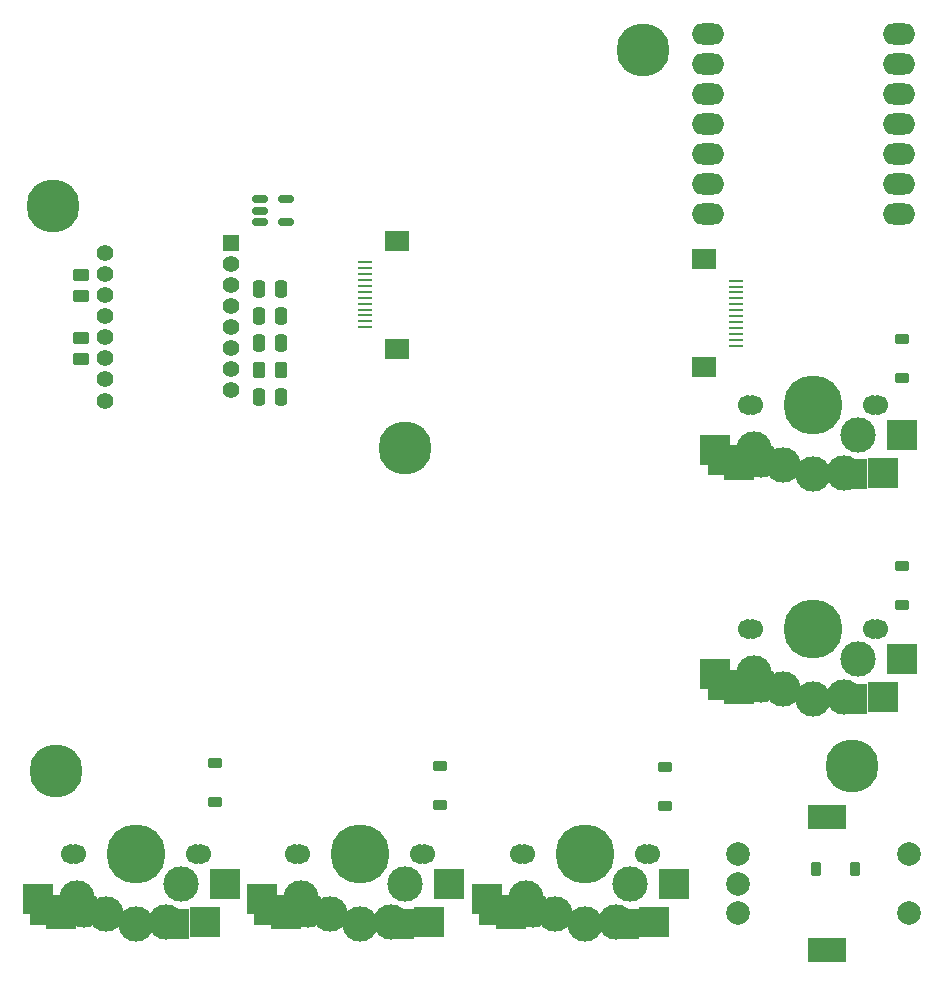
<source format=gbr>
%TF.GenerationSoftware,KiCad,Pcbnew,7.0.2*%
%TF.CreationDate,2024-03-23T03:03:49+01:00*%
%TF.ProjectId,Katkoot,4b61746b-6f6f-4742-9e6b-696361645f70,rev?*%
%TF.SameCoordinates,Original*%
%TF.FileFunction,Soldermask,Bot*%
%TF.FilePolarity,Negative*%
%FSLAX46Y46*%
G04 Gerber Fmt 4.6, Leading zero omitted, Abs format (unit mm)*
G04 Created by KiCad (PCBNEW 7.0.2) date 2024-03-23 03:03:49*
%MOMM*%
%LPD*%
G01*
G04 APERTURE LIST*
G04 Aperture macros list*
%AMRoundRect*
0 Rectangle with rounded corners*
0 $1 Rounding radius*
0 $2 $3 $4 $5 $6 $7 $8 $9 X,Y pos of 4 corners*
0 Add a 4 corners polygon primitive as box body*
4,1,4,$2,$3,$4,$5,$6,$7,$8,$9,$2,$3,0*
0 Add four circle primitives for the rounded corners*
1,1,$1+$1,$2,$3*
1,1,$1+$1,$4,$5*
1,1,$1+$1,$6,$7*
1,1,$1+$1,$8,$9*
0 Add four rect primitives between the rounded corners*
20,1,$1+$1,$2,$3,$4,$5,0*
20,1,$1+$1,$4,$5,$6,$7,0*
20,1,$1+$1,$6,$7,$8,$9,0*
20,1,$1+$1,$8,$9,$2,$3,0*%
G04 Aperture macros list end*
%ADD10C,4.500000*%
%ADD11C,1.701800*%
%ADD12C,3.000000*%
%ADD13C,3.987800*%
%ADD14C,5.000000*%
%ADD15R,2.600000X2.600000*%
%ADD16R,2.550000X2.500000*%
%ADD17C,2.000000*%
%ADD18R,3.200000X2.000000*%
%ADD19O,2.750000X1.800000*%
%ADD20RoundRect,0.250000X0.450000X-0.262500X0.450000X0.262500X-0.450000X0.262500X-0.450000X-0.262500X0*%
%ADD21R,1.250000X0.280000*%
%ADD22R,2.000000X1.800000*%
%ADD23RoundRect,0.225000X0.375000X-0.225000X0.375000X0.225000X-0.375000X0.225000X-0.375000X-0.225000X0*%
%ADD24R,1.400000X1.400000*%
%ADD25C,1.400000*%
%ADD26RoundRect,0.250000X0.250000X0.475000X-0.250000X0.475000X-0.250000X-0.475000X0.250000X-0.475000X0*%
%ADD27RoundRect,0.250000X-0.250000X-0.475000X0.250000X-0.475000X0.250000X0.475000X-0.250000X0.475000X0*%
%ADD28RoundRect,0.250000X-0.262500X-0.450000X0.262500X-0.450000X0.262500X0.450000X-0.262500X0.450000X0*%
%ADD29RoundRect,0.225000X0.225000X0.375000X-0.225000X0.375000X-0.225000X-0.375000X0.225000X-0.375000X0*%
%ADD30RoundRect,0.250000X-0.450000X0.262500X-0.450000X-0.262500X0.450000X-0.262500X0.450000X0.262500X0*%
%ADD31RoundRect,0.150000X-0.512500X-0.150000X0.512500X-0.150000X0.512500X0.150000X-0.512500X0.150000X0*%
G04 APERTURE END LIST*
D10*
%TO.C,*%
X129300000Y-52300000D03*
%TD*%
D11*
%TO.C,SW2*%
X188170000Y-69150000D03*
X188590000Y-69150000D03*
D12*
X188670000Y-72900000D03*
X188670000Y-72950000D03*
X189270000Y-73850000D03*
X191130000Y-74230000D03*
D13*
X193670000Y-69150000D03*
D14*
X193670000Y-69150000D03*
D12*
X193670000Y-75050000D03*
X196270000Y-74900000D03*
X197480000Y-71690000D03*
D11*
X198750000Y-69150000D03*
X199170000Y-69150000D03*
D15*
X185395000Y-72950000D03*
X185995000Y-73850000D03*
D16*
X187380000Y-74230000D03*
D15*
X196945000Y-75050000D03*
X199545000Y-74900000D03*
D16*
X201230000Y-71690000D03*
%TD*%
D17*
%TO.C,SW1*%
X187300000Y-107200000D03*
X187300000Y-112200000D03*
X187300000Y-109700000D03*
D18*
X194800000Y-104100000D03*
X194800000Y-115300000D03*
D17*
X201800000Y-112200000D03*
X201800000Y-107200000D03*
%TD*%
D11*
%TO.C,SW6*%
X149800000Y-107200000D03*
X150220000Y-107200000D03*
D12*
X150300000Y-110950000D03*
X150300000Y-111000000D03*
X150900000Y-111900000D03*
X152760000Y-112280000D03*
D13*
X155300000Y-107200000D03*
D14*
X155300000Y-107200000D03*
D12*
X155300000Y-113100000D03*
X157900000Y-112950000D03*
X159110000Y-109740000D03*
D11*
X160380000Y-107200000D03*
X160800000Y-107200000D03*
D15*
X147025000Y-111000000D03*
X147625000Y-111900000D03*
D16*
X149010000Y-112280000D03*
D15*
X158575000Y-113100000D03*
X161175000Y-112950000D03*
D16*
X162860000Y-109740000D03*
%TD*%
D11*
%TO.C,SW8*%
X168845000Y-107200000D03*
X169265000Y-107200000D03*
D12*
X169345000Y-110950000D03*
X169345000Y-111000000D03*
X169945000Y-111900000D03*
X171805000Y-112280000D03*
D13*
X174345000Y-107200000D03*
D14*
X174345000Y-107200000D03*
D12*
X174345000Y-113100000D03*
X176945000Y-112950000D03*
X178155000Y-109740000D03*
D11*
X179425000Y-107200000D03*
X179845000Y-107200000D03*
D15*
X166070000Y-111000000D03*
X166670000Y-111900000D03*
D16*
X168055000Y-112280000D03*
D15*
X177620000Y-113100000D03*
X180220000Y-112950000D03*
D16*
X181905000Y-109740000D03*
%TD*%
D11*
%TO.C,SW5*%
X130800000Y-107200000D03*
X131220000Y-107200000D03*
D12*
X131300000Y-110950000D03*
X131300000Y-111000000D03*
X131900000Y-111900000D03*
X133760000Y-112280000D03*
D13*
X136300000Y-107200000D03*
D14*
X136300000Y-107200000D03*
D12*
X136300000Y-113100000D03*
X138900000Y-112950000D03*
X140110000Y-109740000D03*
D11*
X141380000Y-107200000D03*
X141800000Y-107200000D03*
D15*
X128025000Y-111000000D03*
X128625000Y-111900000D03*
D16*
X130010000Y-112280000D03*
D15*
X139575000Y-113100000D03*
X142175000Y-112950000D03*
D16*
X143860000Y-109740000D03*
%TD*%
D10*
%TO.C,*%
X159150000Y-72850000D03*
%TD*%
%TO.C,*%
X129550000Y-100150000D03*
%TD*%
%TO.C,*%
X179250000Y-39150000D03*
%TD*%
D11*
%TO.C,SW3*%
X188170000Y-88150000D03*
X188590000Y-88150000D03*
D12*
X188670000Y-91900000D03*
X188670000Y-91950000D03*
X189270000Y-92850000D03*
X191130000Y-93230000D03*
D13*
X193670000Y-88150000D03*
D14*
X193670000Y-88150000D03*
D12*
X193670000Y-94050000D03*
X196270000Y-93900000D03*
X197480000Y-90690000D03*
D11*
X198750000Y-88150000D03*
X199170000Y-88150000D03*
D15*
X185395000Y-91950000D03*
X185995000Y-92850000D03*
D16*
X187380000Y-93230000D03*
D15*
X196945000Y-94050000D03*
X199545000Y-93900000D03*
D16*
X201230000Y-90690000D03*
%TD*%
D19*
%TO.C,U3*%
X184755000Y-37780000D03*
X184755000Y-40320000D03*
X184755000Y-42860000D03*
X184755000Y-45400000D03*
X184755000Y-47940000D03*
X184755000Y-50480000D03*
X184755000Y-53020000D03*
X200945000Y-53020000D03*
X200945000Y-50480000D03*
X200945000Y-47940000D03*
X200945000Y-45400000D03*
X200945000Y-42860000D03*
X200945000Y-40320000D03*
X200945000Y-37780000D03*
%TD*%
D10*
%TO.C,*%
X197000000Y-99750000D03*
%TD*%
D20*
%TO.C,R1*%
X131684000Y-59990500D03*
X131684000Y-58165500D03*
%TD*%
D21*
%TO.C,J2*%
X155732000Y-57100000D03*
X155732000Y-57600000D03*
X155732000Y-58100000D03*
X155732000Y-58600000D03*
X155732000Y-59100000D03*
X155732000Y-59600000D03*
X155732000Y-60100000D03*
X155732000Y-60600000D03*
X155732000Y-61100000D03*
X155732000Y-61600000D03*
X155732000Y-62100000D03*
X155732000Y-62600000D03*
D22*
X158456000Y-64400000D03*
X158456000Y-55300000D03*
%TD*%
D23*
%TO.C,D5*%
X162052000Y-103046800D03*
X162052000Y-99746800D03*
%TD*%
D24*
%TO.C,U2*%
X144400000Y-55450000D03*
D25*
X144400000Y-57230000D03*
X144400000Y-59010000D03*
X144400000Y-60790000D03*
X144400000Y-62570000D03*
X144400000Y-64350000D03*
X144400000Y-66130000D03*
X144400000Y-67910000D03*
X133700000Y-68800000D03*
X133700000Y-67020000D03*
X133700000Y-65240000D03*
X133700000Y-63460000D03*
X133700000Y-61680000D03*
X133700000Y-59900000D03*
X133700000Y-58120000D03*
X133700000Y-56340000D03*
%TD*%
D26*
%TO.C,C1*%
X148636000Y-63904000D03*
X146736000Y-63904000D03*
%TD*%
D23*
%TO.C,D7*%
X181102000Y-103097600D03*
X181102000Y-99797600D03*
%TD*%
%TO.C,D4*%
X143002000Y-102792800D03*
X143002000Y-99492800D03*
%TD*%
D21*
%TO.C,J1*%
X187124000Y-64150000D03*
X187124000Y-63650000D03*
X187124000Y-63150000D03*
X187124000Y-62650000D03*
X187124000Y-62150000D03*
X187124000Y-61650000D03*
X187124000Y-61150000D03*
X187124000Y-60650000D03*
X187124000Y-60150000D03*
X187124000Y-59650000D03*
X187124000Y-59150000D03*
X187124000Y-58650000D03*
D22*
X184400000Y-56850000D03*
X184400000Y-65950000D03*
%TD*%
D27*
%TO.C,C3*%
X146736000Y-59332000D03*
X148636000Y-59332000D03*
%TD*%
D28*
%TO.C,R2*%
X146773500Y-66190000D03*
X148598500Y-66190000D03*
%TD*%
D29*
%TO.C,D8*%
X197250000Y-108450000D03*
X193950000Y-108450000D03*
%TD*%
D23*
%TO.C,D2*%
X201218800Y-86079600D03*
X201218800Y-82779600D03*
%TD*%
D30*
%TO.C,R3*%
X131684000Y-63499500D03*
X131684000Y-65324500D03*
%TD*%
D26*
%TO.C,C2*%
X148636000Y-68476000D03*
X146736000Y-68476000D03*
%TD*%
D31*
%TO.C,U1*%
X146802500Y-53678000D03*
X146802500Y-52728000D03*
X146802500Y-51778000D03*
X149077500Y-51778000D03*
X149077500Y-53678000D03*
%TD*%
D23*
%TO.C,D1*%
X201168000Y-66877200D03*
X201168000Y-63577200D03*
%TD*%
D26*
%TO.C,C4*%
X148636000Y-61618000D03*
X146736000Y-61618000D03*
%TD*%
M02*

</source>
